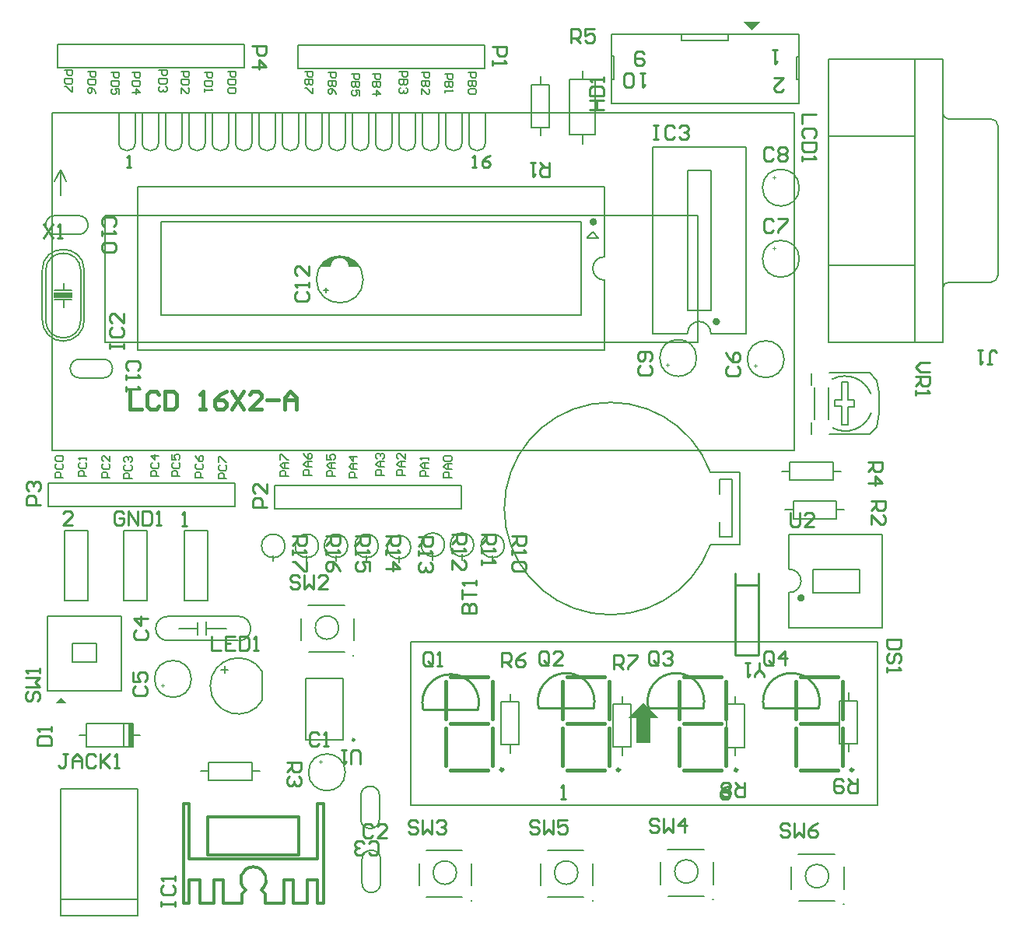
<source format=gto>
G04 Layer_Color=65535*
%FSTAX24Y24*%
%MOIN*%
G70*
G01*
G75*
%ADD13C,0.0120*%
%ADD14C,0.0100*%
%ADD53C,0.0070*%
%ADD54C,0.0050*%
%ADD55C,0.0098*%
%ADD56C,0.0079*%
%ADD57C,0.0150*%
%ADD58C,0.0060*%
%ADD59C,0.0080*%
%ADD60C,0.0039*%
%ADD61R,0.0200X0.1000*%
G36*
X0139Y019561D02*
X0134D01*
X01365Y019811D01*
X0139Y019561D01*
D02*
G37*
G36*
X03928Y018931D02*
Y018921D01*
X03891D01*
Y017861D01*
X03832D01*
Y018921D01*
X03795D01*
X03861Y019581D01*
X03863D01*
X03928Y018931D01*
D02*
G37*
G36*
X01414Y036946D02*
X01335D01*
Y037176D01*
X01414D01*
Y036946D01*
D02*
G37*
G36*
X04325Y048411D02*
X0429Y048761D01*
X0436D01*
X04325Y048411D01*
D02*
G37*
G36*
X02579Y038701D02*
X02604Y038631D01*
X02619Y038541D01*
X02629Y038461D01*
X02638Y038341D01*
X02645Y038261D01*
X02598D01*
Y038331D01*
X02595Y038431D01*
X02591Y038491D01*
X02584Y038551D01*
X02577Y038601D01*
X0257Y038631D01*
X0256Y038641D01*
X0255Y038631D01*
X02541Y038601D01*
X02533Y038551D01*
X02528Y038481D01*
X02524Y038381D01*
X02522Y038261D01*
X02476D01*
X02481Y038361D01*
X025Y038531D01*
X0252Y038651D01*
X02551Y038721D01*
X02579Y038701D01*
D02*
G37*
D13*
X022236Y011575D02*
G03*
X021562Y011577I-000336J000435D01*
G01*
X0326Y016731D02*
G03*
X0326Y016731I-00006J0D01*
G01*
X0376Y016711D02*
G03*
X0376Y016711I-00006J0D01*
G01*
X04264D02*
G03*
X04264Y016711I-00006J0D01*
G01*
X0476D02*
G03*
X0476Y016711I-00006J0D01*
G01*
X0202Y012011D02*
X0206D01*
X0202Y011011D02*
Y012011D01*
X0196Y011011D02*
X0202D01*
X0196D02*
Y012011D01*
X01915D02*
X0196D01*
X01915Y011011D02*
Y012011D01*
X0189Y011011D02*
X01915D01*
X0189D02*
Y015261D01*
X01915D01*
X0232Y012011D02*
X0236D01*
Y011011D02*
Y012011D01*
Y011011D02*
X0242D01*
Y012011D01*
X02465D01*
Y011011D02*
Y012011D01*
Y011011D02*
X0249D01*
Y015261D01*
X02465D02*
X0249D01*
X02465Y012911D02*
Y015261D01*
X01915Y012911D02*
X02465D01*
X01915D02*
Y015261D01*
X02385Y013061D02*
Y014711D01*
X01995D02*
X02385D01*
X01995Y013061D02*
Y014711D01*
Y013061D02*
X02385D01*
X0232Y011011D02*
Y012011D01*
X0224Y011011D02*
X0232D01*
X0206D02*
Y012011D01*
Y011011D02*
X0214D01*
X02224Y011571D02*
X0224Y011411D01*
Y011011D02*
Y011411D01*
X0214Y011011D02*
Y011411D01*
X021564Y011575D01*
D14*
X046128Y019361D02*
G03*
X043772Y019361I-001178J000287D01*
G01*
X041178D02*
G03*
X038822Y019361I-001178J000287D01*
G01*
X036478D02*
G03*
X034122Y019361I-001178J000287D01*
G01*
X031528Y019311D02*
G03*
X029172Y019311I-001178J000287D01*
G01*
X04255Y02165D02*
Y02465D01*
Y02165D02*
X04355D01*
Y02465D01*
X04255D02*
Y02515D01*
Y02465D02*
X04355D01*
Y02515D01*
X04377Y019361D02*
X04612D01*
X03882D02*
X04117D01*
X03412D02*
X03647D01*
X02917Y019311D02*
X03152D01*
X043785Y020705D02*
Y020805D01*
X043585Y021005D01*
X043385Y020805D01*
Y020705D01*
X043585Y021005D02*
Y021305D01*
X043185D02*
X042985D01*
X043085D01*
Y020705D01*
X043185Y020805D01*
X023765Y037196D02*
X023665Y037096D01*
Y036896D01*
X023765Y036796D01*
X024165D01*
X024265Y036896D01*
Y037096D01*
X024165Y037196D01*
X024265Y037396D02*
Y037595D01*
Y037495D01*
X023665D01*
X023765Y037396D01*
X024265Y038295D02*
Y037895D01*
X023865Y038295D01*
X023765D01*
X023665Y038195D01*
Y037995D01*
X023765Y037895D01*
X016945Y033846D02*
X017045Y033946D01*
Y034146D01*
X016945Y034246D01*
X016545D01*
X016445Y034146D01*
Y033946D01*
X016545Y033846D01*
X016445Y033646D02*
Y033446D01*
Y033546D01*
X017045D01*
X016945Y033646D01*
X016445Y033146D02*
Y032946D01*
Y033046D01*
X017045D01*
X016945Y033146D01*
X015895Y039996D02*
X015995Y040096D01*
Y040296D01*
X015895Y040396D01*
X015495D01*
X015395Y040296D01*
Y040096D01*
X015495Y039996D01*
X015395Y039796D02*
Y039596D01*
Y039696D01*
X015995D01*
X015895Y039796D01*
Y039296D02*
X015995Y039196D01*
Y038996D01*
X015895Y038896D01*
X015495D01*
X015395Y038996D01*
Y039196D01*
X015495Y039296D01*
X015895D01*
X023585Y026746D02*
X024185D01*
Y026446D01*
X024085Y026346D01*
X023885D01*
X023785Y026446D01*
Y026746D01*
Y026546D02*
X023585Y026346D01*
Y026146D02*
Y025946D01*
Y026046D01*
X024185D01*
X024085Y026146D01*
X024185Y025646D02*
Y025246D01*
X024085D01*
X023685Y025646D01*
X023585D01*
X025022Y026746D02*
X025622D01*
Y026446D01*
X025522Y026346D01*
X025322D01*
X025222Y026446D01*
Y026746D01*
Y026546D02*
X025022Y026346D01*
Y026146D02*
Y025946D01*
Y026046D01*
X025622D01*
X025522Y026146D01*
X025622Y025246D02*
X025522Y025446D01*
X025322Y025646D01*
X025122D01*
X025022Y025546D01*
Y025346D01*
X025122Y025246D01*
X025222D01*
X025322Y025346D01*
Y025646D01*
X026272Y026746D02*
X026872D01*
Y026446D01*
X026772Y026346D01*
X026572D01*
X026472Y026446D01*
Y026746D01*
Y026546D02*
X026272Y026346D01*
Y026146D02*
Y025946D01*
Y026046D01*
X026872D01*
X026772Y026146D01*
X026872Y025246D02*
Y025646D01*
X026572D01*
X026672Y025446D01*
Y025346D01*
X026572Y025246D01*
X026372D01*
X026272Y025346D01*
Y025546D01*
X026372Y025646D01*
X027585Y026746D02*
X028185D01*
Y026446D01*
X028085Y026346D01*
X027885D01*
X027785Y026446D01*
Y026746D01*
Y026546D02*
X027585Y026346D01*
Y026146D02*
Y025946D01*
Y026046D01*
X028185D01*
X028085Y026146D01*
X027585Y025346D02*
X028185D01*
X027885Y025646D01*
Y025246D01*
X028972Y026696D02*
X029572D01*
Y026396D01*
X029472Y026296D01*
X029272D01*
X029172Y026396D01*
Y026696D01*
Y026496D02*
X028972Y026296D01*
Y026096D02*
Y025896D01*
Y025996D01*
X029572D01*
X029472Y026096D01*
Y025596D02*
X029572Y025496D01*
Y025296D01*
X029472Y025196D01*
X029372D01*
X029272Y025296D01*
Y025396D01*
Y025296D01*
X029172Y025196D01*
X029072D01*
X028972Y025296D01*
Y025496D01*
X029072Y025596D01*
X030422Y026796D02*
X031022D01*
Y026496D01*
X030922Y026396D01*
X030722D01*
X030622Y026496D01*
Y026796D01*
Y026596D02*
X030422Y026396D01*
Y026196D02*
Y025996D01*
Y026096D01*
X031022D01*
X030922Y026196D01*
X030422Y025296D02*
Y025696D01*
X030822Y025296D01*
X030922D01*
X031022Y025396D01*
Y025596D01*
X030922Y025696D01*
X031672Y026796D02*
X032272D01*
Y026496D01*
X032172Y026396D01*
X031972D01*
X031872Y026496D01*
Y026796D01*
Y026596D02*
X031672Y026396D01*
Y026196D02*
Y025996D01*
Y026096D01*
X032272D01*
X032172Y026196D01*
X031672Y025696D02*
Y025496D01*
Y025596D01*
X032272D01*
X032172Y025696D01*
X032985Y026746D02*
X033585D01*
Y026446D01*
X033485Y026346D01*
X033285D01*
X033185Y026446D01*
Y026746D01*
Y026546D02*
X032985Y026346D01*
Y026146D02*
Y025946D01*
Y026046D01*
X033585D01*
X033485Y026146D01*
Y025646D02*
X033585Y025546D01*
Y025346D01*
X033485Y025246D01*
X033085D01*
X032985Y025346D01*
Y025546D01*
X033085Y025646D01*
X033485D01*
X034575Y042726D02*
Y042126D01*
X034275D01*
X034175Y042226D01*
Y042426D01*
X034275Y042526D01*
X034575D01*
X034375D02*
X034175Y042726D01*
X033975D02*
X033775D01*
X033875D01*
Y042126D01*
X033975Y042226D01*
X046002Y044785D02*
X045402D01*
Y044385D01*
X045902Y043786D02*
X046002Y043886D01*
Y044085D01*
X045902Y044185D01*
X045502D01*
X045402Y044085D01*
Y043886D01*
X045502Y043786D01*
X046002Y043586D02*
X045402D01*
Y043286D01*
X045502Y043186D01*
X045902D01*
X046002Y043286D01*
Y043586D01*
X045402Y042986D02*
Y042786D01*
Y042886D01*
X046002D01*
X045902Y042986D01*
X012915Y040096D02*
X013315Y039496D01*
Y040096D02*
X012915Y039496D01*
X013515D02*
X013715D01*
X013615D01*
Y040096D01*
X013515Y039996D01*
X050865Y034176D02*
X050465D01*
X050265Y033976D01*
X050465Y033776D01*
X050865D01*
X050265Y033576D02*
X050865D01*
Y033276D01*
X050765Y033176D01*
X050565D01*
X050465Y033276D01*
Y033576D01*
Y033376D02*
X050265Y033176D01*
Y032976D02*
Y032776D01*
Y032876D01*
X050865D01*
X050765Y032976D01*
X044915Y027745D02*
Y027246D01*
X045015Y027146D01*
X045215D01*
X045315Y027246D01*
Y027745D01*
X045915Y027146D02*
X045515D01*
X045915Y027546D01*
Y027646D01*
X045815Y027745D01*
X045615D01*
X045515Y027646D01*
X026465Y016976D02*
Y017476D01*
X026365Y017576D01*
X026165D01*
X026065Y017476D01*
Y016976D01*
X025865Y017576D02*
X025665D01*
X025765D01*
Y016976D01*
X025865Y017076D01*
X044885Y014326D02*
X044785Y014425D01*
X044585D01*
X044485Y014326D01*
Y014226D01*
X044585Y014126D01*
X044785D01*
X044885Y014026D01*
Y013926D01*
X044785Y013826D01*
X044585D01*
X044485Y013926D01*
X045085Y014425D02*
Y013826D01*
X045285Y014026D01*
X045485Y013826D01*
Y014425D01*
X046084D02*
X045885Y014326D01*
X045685Y014126D01*
Y013926D01*
X045785Y013826D01*
X045985D01*
X046084Y013926D01*
Y014026D01*
X045985Y014126D01*
X045685D01*
X034135Y014476D02*
X034035Y014576D01*
X033835D01*
X033735Y014476D01*
Y014376D01*
X033835Y014276D01*
X034035D01*
X034135Y014176D01*
Y014076D01*
X034035Y013976D01*
X033835D01*
X033735Y014076D01*
X034335Y014576D02*
Y013976D01*
X034535Y014176D01*
X034735Y013976D01*
Y014576D01*
X035334D02*
X034935D01*
Y014276D01*
X035135Y014376D01*
X035235D01*
X035334Y014276D01*
Y014076D01*
X035235Y013976D01*
X035035D01*
X034935Y014076D01*
X039285Y014526D02*
X039185Y014626D01*
X038985D01*
X038885Y014526D01*
Y014426D01*
X038985Y014326D01*
X039185D01*
X039285Y014226D01*
Y014126D01*
X039185Y014026D01*
X038985D01*
X038885Y014126D01*
X039485Y014626D02*
Y014026D01*
X039685Y014226D01*
X039885Y014026D01*
Y014626D01*
X040385Y014026D02*
Y014626D01*
X040085Y014326D01*
X040484D01*
X028935Y014476D02*
X028835Y014576D01*
X028635D01*
X028535Y014476D01*
Y014376D01*
X028635Y014276D01*
X028835D01*
X028935Y014176D01*
Y014076D01*
X028835Y013976D01*
X028635D01*
X028535Y014076D01*
X029135Y014576D02*
Y013976D01*
X029335Y014176D01*
X029535Y013976D01*
Y014576D01*
X029735Y014476D02*
X029835Y014576D01*
X030035D01*
X030134Y014476D01*
Y014376D01*
X030035Y014276D01*
X029935D01*
X030035D01*
X030134Y014176D01*
Y014076D01*
X030035Y013976D01*
X029835D01*
X029735Y014076D01*
X023885Y024976D02*
X023785Y025076D01*
X023585D01*
X023485Y024976D01*
Y024876D01*
X023585Y024776D01*
X023785D01*
X023885Y024676D01*
Y024576D01*
X023785Y024476D01*
X023585D01*
X023485Y024576D01*
X024085Y025076D02*
Y024476D01*
X024285Y024676D01*
X024485Y024476D01*
Y025076D01*
X025084Y024476D02*
X024685D01*
X025084Y024876D01*
Y024976D01*
X024985Y025076D01*
X024785D01*
X024685Y024976D01*
X012235Y020066D02*
X012135Y019966D01*
Y019766D01*
X012235Y019666D01*
X012335D01*
X012435Y019766D01*
Y019966D01*
X012535Y020066D01*
X012635D01*
X012735Y019966D01*
Y019766D01*
X012635Y019666D01*
X012135Y020266D02*
X012735D01*
X012535Y020465D01*
X012735Y020665D01*
X012135D01*
X012735Y020865D02*
Y021065D01*
Y020965D01*
X012135D01*
X012235Y020865D01*
X047775Y016326D02*
Y015726D01*
X047475D01*
X047375Y015826D01*
Y016026D01*
X047475Y016126D01*
X047775D01*
X047575D02*
X047375Y016326D01*
X047175Y016226D02*
X047075Y016326D01*
X046875D01*
X046775Y016226D01*
Y015826D01*
X046875Y015726D01*
X047075D01*
X047175Y015826D01*
Y015926D01*
X047075Y016026D01*
X046775D01*
X042925Y016176D02*
Y015576D01*
X042625D01*
X042525Y015676D01*
Y015876D01*
X042625Y015976D01*
X042925D01*
X042725D02*
X042525Y016176D01*
X042325Y015676D02*
X042225Y015576D01*
X042025D01*
X041925Y015676D01*
Y015776D01*
X042025Y015876D01*
X041925Y015976D01*
Y016076D01*
X042025Y016176D01*
X042225D01*
X042325Y016076D01*
Y015976D01*
X042225Y015876D01*
X042325Y015776D01*
Y015676D01*
X042225Y015876D02*
X042025D01*
X037325Y021046D02*
Y021646D01*
X037625D01*
X037725Y021546D01*
Y021346D01*
X037625Y021246D01*
X037325D01*
X037525D02*
X037725Y021046D01*
X037925Y021646D02*
X038325D01*
Y021546D01*
X037925Y021146D01*
Y021046D01*
X032525Y021146D02*
Y021746D01*
X032825D01*
X032925Y021646D01*
Y021446D01*
X032825Y021346D01*
X032525D01*
X032725D02*
X032925Y021146D01*
X033525Y021746D02*
X033325Y021646D01*
X033125Y021446D01*
Y021246D01*
X033225Y021146D01*
X033425D01*
X033525Y021246D01*
Y021346D01*
X033425Y021446D01*
X033125D01*
X035515Y047876D02*
Y048475D01*
X035815D01*
X035915Y048376D01*
Y048176D01*
X035815Y048076D01*
X035515D01*
X035715D02*
X035915Y047876D01*
X036515Y048475D02*
X036115D01*
Y048176D01*
X036315Y048276D01*
X036415D01*
X036515Y048176D01*
Y047976D01*
X036415Y047876D01*
X036215D01*
X036115Y047976D01*
X023335Y017036D02*
X023935D01*
Y016736D01*
X023835Y016636D01*
X023635D01*
X023535Y016736D01*
Y017036D01*
Y016836D02*
X023335Y016636D01*
X023835Y016436D02*
X023935Y016336D01*
Y016136D01*
X023835Y016036D01*
X023735D01*
X023635Y016136D01*
Y016236D01*
Y016136D01*
X023535Y016036D01*
X023435D01*
X023335Y016136D01*
Y016336D01*
X023435Y016436D01*
X048385Y028236D02*
X048985D01*
Y027936D01*
X048885Y027836D01*
X048685D01*
X048585Y027936D01*
Y028236D01*
Y028036D02*
X048385Y027836D01*
Y027236D02*
Y027636D01*
X048785Y027236D01*
X048885D01*
X048985Y027336D01*
Y027536D01*
X048885Y027636D01*
X048235Y029886D02*
X048835D01*
Y029586D01*
X048735Y029486D01*
X048535D01*
X048435Y029586D01*
Y029886D01*
Y029686D02*
X048235Y029486D01*
Y028986D02*
X048835D01*
X048535Y029286D01*
Y028886D01*
X044185Y021316D02*
Y021716D01*
X044085Y021816D01*
X043885D01*
X043785Y021716D01*
Y021316D01*
X043885Y021216D01*
X044085D01*
X043985Y021416D02*
X044185Y021216D01*
X044085D02*
X044185Y021316D01*
X044685Y021216D02*
Y021816D01*
X044385Y021516D01*
X044785D01*
X039235Y021316D02*
Y021716D01*
X039135Y021816D01*
X038935D01*
X038835Y021716D01*
Y021316D01*
X038935Y021216D01*
X039135D01*
X039035Y021416D02*
X039235Y021216D01*
X039135D02*
X039235Y021316D01*
X039435Y021716D02*
X039535Y021816D01*
X039735D01*
X039835Y021716D01*
Y021616D01*
X039735Y021516D01*
X039635D01*
X039735D01*
X039835Y021416D01*
Y021316D01*
X039735Y021216D01*
X039535D01*
X039435Y021316D01*
X034535D02*
Y021716D01*
X034435Y021816D01*
X034235D01*
X034135Y021716D01*
Y021316D01*
X034235Y021216D01*
X034435D01*
X034335Y021416D02*
X034535Y021216D01*
X034435D02*
X034535Y021316D01*
X035135Y021216D02*
X034735D01*
X035135Y021616D01*
Y021716D01*
X035035Y021816D01*
X034835D01*
X034735Y021716D01*
X029585Y021266D02*
Y021666D01*
X029485Y021765D01*
X029285D01*
X029185Y021666D01*
Y021266D01*
X029285Y021166D01*
X029485D01*
X029385Y021366D02*
X029585Y021166D01*
X029485D02*
X029585Y021266D01*
X029785Y021166D02*
X029985D01*
X029885D01*
Y021765D01*
X029785Y021666D01*
X021835Y047746D02*
X022435D01*
Y047446D01*
X022335Y047346D01*
X022135D01*
X022035Y047446D01*
Y047746D01*
X021835Y046846D02*
X022435D01*
X022135Y047146D01*
Y046746D01*
X012765Y028076D02*
X012165D01*
Y028376D01*
X012265Y028476D01*
X012465D01*
X012565Y028376D01*
Y028076D01*
X012265Y028675D02*
X012165Y028775D01*
Y028975D01*
X012265Y029075D01*
X012365D01*
X012465Y028975D01*
Y028875D01*
Y028975D01*
X012565Y029075D01*
X012665D01*
X012765Y028975D01*
Y028775D01*
X012665Y028675D01*
X022465Y027976D02*
X021865D01*
Y028276D01*
X021965Y028376D01*
X022165D01*
X022265Y028276D01*
Y027976D01*
X022465Y028975D02*
Y028575D01*
X022065Y028975D01*
X021965D01*
X021865Y028875D01*
Y028675D01*
X021965Y028575D01*
X032135Y047696D02*
X032735D01*
Y047396D01*
X032635Y047296D01*
X032435D01*
X032335Y047396D01*
Y047696D01*
X032135Y047096D02*
Y046896D01*
Y046996D01*
X032735D01*
X032635Y047096D01*
X020115Y022445D02*
Y021846D01*
X020515D01*
X021115Y022445D02*
X020715D01*
Y021846D01*
X021115D01*
X020715Y022146D02*
X020915D01*
X021315Y022445D02*
Y021846D01*
X021615D01*
X021714Y021946D01*
Y022346D01*
X021615Y022445D01*
X021315D01*
X021914Y021846D02*
X022114D01*
X022014D01*
Y022445D01*
X021914Y022346D01*
X013955Y017395D02*
X013755D01*
X013855D01*
Y016896D01*
X013755Y016796D01*
X013655D01*
X013555Y016896D01*
X014155Y016796D02*
Y017196D01*
X014355Y017395D01*
X014555Y017196D01*
Y016796D01*
Y017096D01*
X014155D01*
X015154Y017296D02*
X015055Y017395D01*
X014855D01*
X014755Y017296D01*
Y016896D01*
X014855Y016796D01*
X015055D01*
X015154Y016896D01*
X015354Y017395D02*
Y016796D01*
Y016996D01*
X015754Y017395D01*
X015454Y017096D01*
X015754Y016796D01*
X015954D02*
X016154D01*
X016054D01*
Y017395D01*
X015954Y017296D01*
X053336Y0341D02*
X053536D01*
X053436D01*
Y0346D01*
X053536Y0347D01*
X053636D01*
X053736Y0346D01*
X053136Y0347D02*
X052936D01*
X053036D01*
Y0341D01*
X053136Y0342D01*
X039045Y044345D02*
X039245D01*
X039145D01*
Y043746D01*
X039045D01*
X039245D01*
X039945Y044246D02*
X039845Y044345D01*
X039645D01*
X039545Y044246D01*
Y043846D01*
X039645Y043746D01*
X039845D01*
X039945Y043846D01*
X040145Y044246D02*
X040245Y044345D01*
X040445D01*
X040545Y044246D01*
Y044146D01*
X040445Y044046D01*
X040345D01*
X040445D01*
X040545Y043946D01*
Y043846D01*
X040445Y043746D01*
X040245D01*
X040145Y043846D01*
X015725Y034776D02*
Y034976D01*
Y034876D01*
X016325D01*
Y034776D01*
Y034976D01*
X015825Y035675D02*
X015725Y035575D01*
Y035375D01*
X015825Y035276D01*
X016225D01*
X016325Y035375D01*
Y035575D01*
X016225Y035675D01*
X016325Y036275D02*
Y035875D01*
X015925Y036275D01*
X015825D01*
X015725Y036175D01*
Y035975D01*
X015825Y035875D01*
X017935Y010876D02*
Y011076D01*
Y010976D01*
X018535D01*
Y010876D01*
Y011076D01*
X018035Y011775D02*
X017935Y011675D01*
Y011475D01*
X018035Y011376D01*
X018435D01*
X018535Y011475D01*
Y011675D01*
X018435Y011775D01*
X018535Y011975D02*
Y012175D01*
Y012075D01*
X017935D01*
X018035Y011975D01*
X036295Y045006D02*
X036895D01*
X036595D01*
Y045406D01*
X036295D01*
X036895D01*
X036295Y045606D02*
X036895D01*
Y045905D01*
X036795Y046005D01*
X036395D01*
X036295Y045905D01*
Y045606D01*
X036895Y046205D02*
Y046405D01*
Y046305D01*
X036295D01*
X036395Y046205D01*
X01635Y027711D02*
X01625Y02781D01*
X01605D01*
X01595Y027711D01*
Y027311D01*
X01605Y027211D01*
X01625D01*
X01635Y027311D01*
Y027511D01*
X01615D01*
X01655Y027211D02*
Y02781D01*
X01695Y027211D01*
Y02781D01*
X01715D02*
Y027211D01*
X01745D01*
X017549Y027311D01*
Y027711D01*
X01745Y02781D01*
X01715D01*
X017749Y027211D02*
X017949D01*
X017849D01*
Y02781D01*
X017749Y027711D01*
X049655Y022296D02*
X049055D01*
Y021996D01*
X049155Y021896D01*
X049555D01*
X049655Y021996D01*
Y022296D01*
X049555Y021296D02*
X049655Y021396D01*
Y021596D01*
X049555Y021696D01*
X049455D01*
X049355Y021596D01*
Y021396D01*
X049255Y021296D01*
X049155D01*
X049055Y021396D01*
Y021596D01*
X049155Y021696D01*
X049055Y021096D02*
Y020896D01*
Y020996D01*
X049655D01*
X049555Y021096D01*
X012655Y017776D02*
X013255D01*
Y018076D01*
X013155Y018176D01*
X012755D01*
X012655Y018076D01*
Y017776D01*
X013255Y018376D02*
Y018575D01*
Y018475D01*
X012655D01*
X012755Y018376D01*
X038475Y03404D02*
X038375Y03394D01*
Y03374D01*
X038475Y03364D01*
X038875D01*
X038975Y03374D01*
Y03394D01*
X038875Y03404D01*
Y03424D02*
X038975Y03434D01*
Y03454D01*
X038875Y03464D01*
X038475D01*
X038375Y03454D01*
Y03434D01*
X038475Y03424D01*
X038575D01*
X038675Y03434D01*
Y03464D01*
X044175Y043286D02*
X044075Y043386D01*
X043875D01*
X043775Y043286D01*
Y042886D01*
X043875Y042786D01*
X044075D01*
X044175Y042886D01*
X044375Y043286D02*
X044475Y043386D01*
X044675D01*
X044775Y043286D01*
Y043186D01*
X044675Y043086D01*
X044775Y042986D01*
Y042886D01*
X044675Y042786D01*
X044475D01*
X044375Y042886D01*
Y042986D01*
X044475Y043086D01*
X044375Y043186D01*
Y043286D01*
X044475Y043086D02*
X044675D01*
X044175Y040236D02*
X044075Y040335D01*
X043875D01*
X043775Y040236D01*
Y039836D01*
X043875Y039736D01*
X044075D01*
X044175Y039836D01*
X044375Y040335D02*
X044775D01*
Y040236D01*
X044375Y039836D01*
Y039736D01*
X042225Y033986D02*
X042125Y033886D01*
Y033686D01*
X042225Y033586D01*
X042625D01*
X042725Y033686D01*
Y033886D01*
X042625Y033986D01*
X042125Y034585D02*
X042225Y034385D01*
X042425Y034186D01*
X042625D01*
X042725Y034285D01*
Y034485D01*
X042625Y034585D01*
X042525D01*
X042425Y034485D01*
Y034186D01*
X016825Y020286D02*
X016725Y020186D01*
Y019986D01*
X016825Y019886D01*
X017225D01*
X017325Y019986D01*
Y020186D01*
X017225Y020286D01*
X016725Y020885D02*
Y020485D01*
X017025D01*
X016925Y020685D01*
Y020785D01*
X017025Y020885D01*
X017225D01*
X017325Y020785D01*
Y020585D01*
X017225Y020485D01*
X016875Y022706D02*
X016775Y022606D01*
Y022406D01*
X016875Y022306D01*
X017275D01*
X017375Y022406D01*
Y022606D01*
X017275Y022706D01*
X017375Y023205D02*
X016775D01*
X017075Y022905D01*
Y023305D01*
X026835Y013166D02*
X026935Y013066D01*
X027135D01*
X027235Y013166D01*
Y013566D01*
X027135Y013666D01*
X026935D01*
X026835Y013566D01*
X026635Y013166D02*
X026535Y013066D01*
X026335D01*
X026235Y013166D01*
Y013266D01*
X026335Y013366D01*
X026435D01*
X026335D01*
X026235Y013466D01*
Y013566D01*
X026335Y013666D01*
X026535D01*
X026635Y013566D01*
X027015Y014306D02*
X026915Y014405D01*
X026715D01*
X026615Y014306D01*
Y013906D01*
X026715Y013806D01*
X026915D01*
X027015Y013906D01*
X027615Y013806D02*
X027215D01*
X027615Y014206D01*
Y014306D01*
X027515Y014405D01*
X027315D01*
X027215Y014306D01*
X02472Y018236D02*
X02462Y018335D01*
X02442D01*
X02432Y018236D01*
Y017836D01*
X02442Y017736D01*
X02462D01*
X02472Y017836D01*
X02492Y017736D02*
X02512D01*
X02502D01*
Y018335D01*
X02492Y018236D01*
X030835Y023426D02*
X031435D01*
Y023726D01*
X031335Y023826D01*
X031235D01*
X031135Y023726D01*
Y023426D01*
Y023726D01*
X031035Y023826D01*
X030935D01*
X030835Y023726D01*
Y023426D01*
Y024025D02*
Y024425D01*
Y024225D01*
X031435D01*
Y024625D02*
Y024825D01*
Y024725D01*
X030835D01*
X030935Y024625D01*
X01415Y027211D02*
X01375D01*
X01415Y027611D01*
Y027711D01*
X01405Y02781D01*
X01385D01*
X01375Y027711D01*
X01885Y027161D02*
X01905D01*
X01895D01*
Y027761D01*
X01885Y027661D01*
X031287Y04254D02*
X031454D01*
X031371D01*
Y04304D01*
X031287Y042957D01*
X032037Y04304D02*
X031871Y042957D01*
X031704Y04279D01*
Y042624D01*
X031787Y04254D01*
X031954D01*
X032037Y042624D01*
Y042707D01*
X031954Y04279D01*
X031704D01*
X016487Y04254D02*
X016654D01*
X016571D01*
Y04304D01*
X016487Y042957D01*
X044343Y047556D02*
X044143D01*
X044243D01*
Y046956D01*
X044343Y047056D01*
X0442Y046361D02*
X0446D01*
X0442Y045961D01*
Y045861D01*
X0443Y045761D01*
X0445D01*
X0446Y045861D01*
X03864Y047401D02*
X03854Y047501D01*
X03834D01*
X03824Y047401D01*
Y047001D01*
X03834Y046901D01*
X03854D01*
X03864Y047001D01*
Y047101D01*
X03854Y047201D01*
X03824D01*
X03869Y046551D02*
X03849D01*
X03859D01*
Y045951D01*
X03869Y046051D01*
X03819D02*
X03809Y045951D01*
X03789D01*
X03779Y046051D01*
Y046451D01*
X03789Y046551D01*
X03809D01*
X03819Y046451D01*
Y046051D01*
X03507Y015471D02*
X03527D01*
X03517D01*
Y01607D01*
X03507Y015971D01*
X0423Y01605D02*
X0421Y015951D01*
X0419Y015751D01*
Y015551D01*
X042Y015451D01*
X0422D01*
X0423Y015551D01*
Y015651D01*
X0422Y015751D01*
X0419D01*
D53*
X0266Y037727D02*
G03*
X0266Y037727I-001J0D01*
G01*
X0134Y040461D02*
G03*
X0134Y039661I0J-0004D01*
G01*
X01441D02*
G03*
X01441Y040461I0J0004D01*
G01*
X01445Y034311D02*
G03*
X01445Y033511I0J-0004D01*
G01*
X01546D02*
G03*
X01546Y034311I0J0004D01*
G01*
X023252Y026311D02*
G03*
X023252Y026311I-000502J0D01*
G01*
X02469D02*
G03*
X02469Y026311I-000502J0D01*
G01*
X02594D02*
G03*
X02594Y026311I-000502J0D01*
G01*
X027252D02*
G03*
X027252Y026311I-000502J0D01*
G01*
X02864Y026261D02*
G03*
X02864Y026261I-000502J0D01*
G01*
X03009Y026361D02*
G03*
X03009Y026361I-000502J0D01*
G01*
X03134D02*
G03*
X03134Y026361I-000502J0D01*
G01*
X032652Y026311D02*
G03*
X032652Y026311I-000502J0D01*
G01*
X0265Y014601D02*
G03*
X0273Y014601I0004J0D01*
G01*
Y015611D02*
G03*
X0265Y015611I-0004J0D01*
G01*
X02735Y012871D02*
G03*
X02655Y012871I-0004J0D01*
G01*
Y011861D02*
G03*
X02735Y011861I0004J0D01*
G01*
X044846Y024311D02*
G03*
X04485Y025311I000017J0005D01*
G01*
X041471Y02948D02*
G03*
X041474Y02635I-004271J-00157D01*
G01*
X046713Y031367D02*
G03*
X048361Y031992I000547J001044D01*
G01*
X048351Y03283D02*
G03*
X046703Y033454I-001101J-000419D01*
G01*
X022285Y020918D02*
G03*
X022289Y019711I-001035J-000607D01*
G01*
X01823Y023291D02*
G03*
X01824Y022251I0J-00052D01*
G01*
X02126Y022251D02*
G03*
X02126Y023291I0J00052D01*
G01*
X036954Y0387D02*
G03*
X03695Y037701I-000017J-0005D01*
G01*
X0415Y035407D02*
G03*
X0405Y035411I-0005J000017D01*
G01*
X013Y035971D02*
G03*
X0145Y035978I00075J000005D01*
G01*
Y038108D02*
G03*
X013Y038101I-00075J-000005D01*
G01*
X01285Y036011D02*
G03*
X014649Y03601I000899J-00003D01*
G01*
X01465Y03812D02*
G03*
X01285Y038111I-0009J-000006D01*
G01*
X0249Y037261D02*
X0251D01*
X025Y037161D02*
Y037361D01*
X0134Y040461D02*
X0144D01*
X0134Y039661D02*
X0144D01*
X01445Y034311D02*
X01545D01*
X01445Y033511D02*
X01545D01*
X02275Y025661D02*
Y025911D01*
X024187Y025661D02*
Y025911D01*
X025437Y025661D02*
Y025911D01*
X02675Y025661D02*
Y025911D01*
X028137Y025611D02*
Y025861D01*
X029587Y025711D02*
Y025961D01*
X030837Y025711D02*
Y025961D01*
X03215Y025661D02*
Y025911D01*
X0342Y046081D02*
Y046431D01*
X03458Y044231D02*
Y046081D01*
X0342Y043891D02*
Y044231D01*
X03382D02*
Y046081D01*
Y044231D02*
X03458D01*
X03382Y046081D02*
X03458D01*
X0265Y014611D02*
Y015611D01*
X0273Y014611D02*
Y015611D01*
X02735Y011861D02*
Y012861D01*
X02655Y011861D02*
Y012861D01*
X04586Y025311D02*
X04787D01*
X04586Y024311D02*
Y025311D01*
Y024311D02*
X04787D01*
Y025311D01*
X04485Y026811D02*
X04885D01*
Y022811D02*
Y026811D01*
X04485Y022811D02*
X04885D01*
X04485Y025321D02*
Y026811D01*
Y022811D02*
Y024311D01*
X01413Y022141D02*
X01519D01*
X01413Y021341D02*
Y022141D01*
Y021341D02*
X01519D01*
X01307Y020111D02*
X01625D01*
Y023311D01*
X01307D02*
X01625D01*
X01307Y020111D02*
Y023311D01*
X01519Y021341D02*
Y022141D01*
X01675Y017711D02*
Y018211D01*
X01475Y017711D02*
X01675D01*
X01475D02*
Y018711D01*
X01675D01*
Y018211D02*
Y018711D01*
X01445Y018211D02*
X01475D01*
X01675D02*
X01705D01*
X01634Y017741D02*
Y018711D01*
X01675Y018001D02*
Y018211D01*
Y018371D01*
X01365Y010461D02*
X01695D01*
X01365Y015911D02*
X01695D01*
X01365Y010461D02*
Y015911D01*
X01695Y010461D02*
Y015911D01*
X01365Y011161D02*
X01695D01*
X04188Y028541D02*
Y029151D01*
X04241D01*
Y026701D02*
Y029151D01*
X04189Y026701D02*
X04241D01*
X04189D02*
Y027321D01*
X041487Y026361D02*
X04275D01*
Y029461D01*
X041471D02*
X04275D01*
X04581Y033191D02*
Y033701D01*
Y031101D02*
Y031611D01*
X04871Y031996D02*
Y032871D01*
X04862Y033411D02*
X04871Y032871D01*
X04831Y033721D02*
X04862Y033411D01*
X04656Y033721D02*
X04831D01*
X04595Y031731D02*
Y033101D01*
X04657Y031111D02*
X04832D01*
X04862Y031411D01*
X04871Y031996D01*
X04654Y031741D02*
Y033091D01*
X04711Y033331D02*
X04738D01*
X04711Y032561D02*
Y033331D01*
X04681Y032561D02*
X04711D01*
X04681Y032291D02*
Y032561D01*
Y032291D02*
X0471D01*
Y031491D02*
Y032291D01*
Y031491D02*
X04739D01*
Y032281D01*
X04764D01*
Y032551D01*
X04738D02*
X04764D01*
X04738D02*
Y033321D01*
X02229Y019721D02*
Y020911D01*
X02066Y020871D02*
Y021151D01*
X02051Y021001D02*
X02081D01*
X0187Y022761D02*
X01951D01*
X01989D02*
X02073D01*
X01951Y022491D02*
Y023041D01*
X01989Y022501D02*
Y023051D01*
X01825Y023291D02*
X02124D01*
X01825Y022251D02*
X02125D01*
X04468Y027861D02*
X04503D01*
Y028241D02*
X04688D01*
Y027861D02*
X04722D01*
X04503Y027481D02*
X04688D01*
Y028241D01*
X04503Y027481D02*
Y028241D01*
X04453Y029511D02*
X04488D01*
Y029891D02*
X04673D01*
Y029511D02*
X04707D01*
X04488Y029131D02*
X04673D01*
Y029891D01*
X04488Y029131D02*
Y029891D01*
X01963Y016661D02*
X01998D01*
Y017041D02*
X02183D01*
Y016661D02*
X02217D01*
X01998Y016281D02*
X02183D01*
Y017041D01*
X01998Y016281D02*
Y017041D01*
X02619Y021611D02*
X0262Y021621D01*
X03545Y043941D02*
Y046291D01*
X03655D01*
X03545Y043941D02*
X03655D01*
Y046291D01*
X03601D02*
Y046671D01*
Y043531D02*
Y043941D01*
X03724Y047301D02*
X03734D01*
X03724Y046307D02*
X03734D01*
X045169Y046286D02*
Y047261D01*
X045258Y045253D02*
Y048235D01*
X03723D02*
X045258D01*
X03734Y046307D02*
Y047301D01*
X045169Y046286D02*
X045258D01*
X045169Y047261D02*
X045248D01*
X045258Y047271D01*
X03724Y048201D02*
X037264Y048225D01*
X040248Y047961D02*
Y048231D01*
Y047961D02*
X042256D01*
Y048221D01*
X03723Y045253D02*
X045258D01*
X03724Y045251D02*
Y048201D01*
X03723Y045253D02*
X045258D01*
X03724Y045251D02*
Y048201D01*
X0474Y019681D02*
Y020031D01*
X04778Y017831D02*
Y019681D01*
X0474Y017491D02*
Y017831D01*
X04702D02*
Y019681D01*
Y017831D02*
X04778D01*
X04702Y019681D02*
X04778D01*
X04255Y019531D02*
Y019881D01*
X04293Y017681D02*
Y019531D01*
X04255Y017341D02*
Y017681D01*
X04217D02*
Y019531D01*
Y017681D02*
X04293D01*
X04217Y019531D02*
X04293D01*
X0377Y017341D02*
Y017691D01*
X03732D02*
Y019541D01*
X0377D02*
Y019881D01*
X03808Y017691D02*
Y019541D01*
X03732D02*
X03808D01*
X03732Y017691D02*
X03808D01*
X0329Y017441D02*
Y017791D01*
X03252D02*
Y019641D01*
X0329D02*
Y019981D01*
X03328Y017791D02*
Y019641D01*
X03252D02*
X03328D01*
X03252Y017791D02*
X03328D01*
X03595Y036211D02*
Y040211D01*
X01795Y036211D02*
X03595D01*
X01795D02*
Y040211D01*
X03595D01*
X03695Y038701D02*
Y041711D01*
Y034711D02*
Y037691D01*
X01695Y041711D02*
X03695D01*
X01695Y034711D02*
Y041711D01*
Y034711D02*
X03695D01*
X03621Y039511D02*
X03669D01*
X0362Y039501D02*
X03621Y039511D01*
X0362Y039501D02*
Y039521D01*
X03644Y039761D01*
Y039751D02*
Y039761D01*
Y039751D02*
X03668Y039511D01*
X03669D01*
X0405Y036411D02*
Y042411D01*
X0415D01*
Y036411D02*
Y042411D01*
X0405Y036411D02*
X0415D01*
Y035411D02*
X043D01*
X039D02*
X04049D01*
X043D02*
Y043411D01*
X039D02*
X043D01*
X039Y035421D02*
Y043411D01*
Y035421D02*
X03901Y035411D01*
X02865Y015211D02*
X04865D01*
X02865D02*
X04865D01*
X02865Y022211D02*
X04865D01*
Y015211D02*
Y022211D01*
X02865Y015211D02*
Y022211D01*
X04865D01*
X03124Y011111D02*
X03125Y011121D01*
X0145Y035991D02*
Y038091D01*
X013Y036001D02*
Y038101D01*
X01465Y03601D02*
Y03812D01*
X01285Y036011D02*
Y038111D01*
X01337Y037261D02*
X01412D01*
X01376D02*
Y037561D01*
X01337Y036851D02*
X01411D01*
X01376Y036541D02*
Y036851D01*
X04159Y011161D02*
X0416Y011171D01*
X03644Y011111D02*
X03645Y011121D01*
X04719Y010961D02*
X0472Y010971D01*
D54*
X031137Y04359D02*
G03*
X031837Y04359I00035J0D01*
G01*
X030137D02*
G03*
X030837Y04359I00035J0D01*
G01*
X029137D02*
G03*
X029837Y04359I00035J0D01*
G01*
X028137D02*
G03*
X028837Y04359I00035J0D01*
G01*
X027137D02*
G03*
X027837Y04359I00035J0D01*
G01*
X026137D02*
G03*
X026837Y04359I00035J0D01*
G01*
X025137D02*
G03*
X025837Y04359I00035J0D01*
G01*
X024137D02*
G03*
X024837Y04359I00035J0D01*
G01*
X023137D02*
G03*
X023837Y04359I00035J0D01*
G01*
X022137D02*
G03*
X022837Y04359I00035J0D01*
G01*
X021137D02*
G03*
X021837Y04359I00035J0D01*
G01*
X020137D02*
G03*
X020837Y04359I00035J0D01*
G01*
X019137D02*
G03*
X019837Y04359I00035J0D01*
G01*
X018137D02*
G03*
X018837Y04359I00035J0D01*
G01*
X017137D02*
G03*
X017837Y04359I00035J0D01*
G01*
X016137D02*
G03*
X016837Y04359I00035J0D01*
G01*
X031837D02*
Y044828D01*
X031137Y04359D02*
Y044837D01*
X030837Y04359D02*
Y044837D01*
X030137Y04359D02*
Y044837D01*
X029837Y04359D02*
Y044837D01*
X029137Y04359D02*
Y044855D01*
X028837Y04359D02*
Y044847D01*
X028137Y04359D02*
Y044847D01*
X027837Y04359D02*
Y044857D01*
X027137Y04359D02*
Y044847D01*
X026837Y04359D02*
Y044857D01*
X026137Y04359D02*
Y044847D01*
X025837Y04359D02*
Y044847D01*
X025137Y04359D02*
Y044847D01*
X024837Y04359D02*
Y044847D01*
X024137Y04359D02*
Y044847D01*
X023837Y04359D02*
Y044855D01*
X023137Y04359D02*
Y044857D01*
X022837Y04359D02*
Y044857D01*
X022137Y04359D02*
Y044847D01*
X021837Y04359D02*
Y044837D01*
X021137Y04359D02*
Y044857D01*
X020837Y04359D02*
Y044857D01*
X020137Y04359D02*
Y044857D01*
X019837Y04359D02*
Y044847D01*
X019137Y04359D02*
Y044847D01*
X018837Y04359D02*
Y044847D01*
X018137Y04359D02*
Y044847D01*
X017837Y04359D02*
Y044847D01*
X017137Y04359D02*
Y044837D01*
X016837Y04359D02*
Y044847D01*
X016137Y04359D02*
Y044857D01*
X015539Y040457D02*
X040932D01*
Y035024D02*
Y040457D01*
X015539Y035024D02*
X040932D01*
X015539D02*
Y040457D01*
X013289Y030389D02*
Y044857D01*
X013289Y044857D02*
X04508D01*
Y030389D02*
Y044857D01*
X013289Y030389D02*
X04508D01*
X013637Y041333D02*
Y04239D01*
Y04244D02*
X013887Y04194D01*
X013387D02*
X013637Y04244D01*
D55*
X02623Y018006D02*
G03*
X02623Y018006I-000049J0D01*
G01*
D56*
X025833Y016611D02*
G03*
X025833Y016611I-000787J0D01*
G01*
X019237Y020611D02*
G03*
X019237Y020611I-000787J0D01*
G01*
X05352Y037618D02*
G03*
X053793Y037891I0J000274D01*
G01*
X051707Y037616D02*
G03*
X051433Y037342I0J-000274D01*
G01*
X053793Y044321D02*
G03*
X05352Y044594I-000274J0D01*
G01*
X051433Y04487D02*
G03*
X051707Y044596I000274J0D01*
G01*
X045287Y038611D02*
G03*
X045287Y038611I-000787J0D01*
G01*
X044637Y034311D02*
G03*
X044637Y034311I-000787J0D01*
G01*
X045287Y041661D02*
G03*
X045287Y041661I-000787J0D01*
G01*
X040887Y034365D02*
G03*
X040887Y034365I-000787J0D01*
G01*
X01895Y023961D02*
X01995D01*
Y026961D01*
X01895D02*
X01995D01*
X01895Y023961D02*
Y026961D01*
Y023961D02*
X01995D01*
X025757Y01799D02*
Y020632D01*
X024143Y01799D02*
Y020632D01*
Y01799D02*
X025757D01*
X024143Y020632D02*
X025757D01*
X0318Y046761D02*
Y047761D01*
X0238Y046761D02*
X0318D01*
X0238D02*
Y047761D01*
X0318D01*
X0228Y027911D02*
Y028911D01*
X0308D01*
Y027911D02*
Y028911D01*
X0228Y027911D02*
X0308D01*
X051707Y037616D02*
X053518D01*
X051707Y044596D02*
X053518D01*
X046549Y043862D02*
X05025D01*
X051431Y035043D02*
Y047169D01*
X046549Y03835D02*
X05025D01*
X046549Y035043D02*
Y047169D01*
X053793Y037891D02*
Y044321D01*
X046549Y047169D02*
X051431D01*
X046549Y035043D02*
X051431D01*
X05025D02*
Y047169D01*
X0131Y028011D02*
Y029011D01*
X0211D01*
Y028011D02*
Y029011D01*
X0131Y028011D02*
X0211D01*
X0215Y046811D02*
Y047811D01*
X0135Y046811D02*
X0215D01*
X0135D02*
Y047811D01*
X0215D01*
X01635Y023961D02*
X01735D01*
Y026961D01*
X01635D02*
X01735D01*
X01635Y023961D02*
Y026961D01*
Y023961D02*
X01735D01*
X0138Y026961D02*
X0148D01*
X0138Y023961D02*
Y026961D01*
Y023961D02*
X0148D01*
Y026961D01*
X0138D02*
X0148D01*
D57*
X04544Y024081D02*
G03*
X04544Y024081I-00008J0D01*
G01*
X03654Y040191D02*
G03*
X03654Y040191I-00008J0D01*
G01*
X04181Y035921D02*
G03*
X04181Y035921I-00008J0D01*
G01*
X04015Y018911D02*
Y020511D01*
Y018911D02*
Y020511D01*
X04215Y018911D02*
Y020511D01*
Y018911D02*
Y020511D01*
X04035Y020711D02*
X04195D01*
X04035Y018711D02*
X04195D01*
X04035D02*
X04195D01*
X04035Y016711D02*
X04195D01*
X04015Y016911D02*
Y018511D01*
Y016911D02*
Y018511D01*
X04215Y016911D02*
Y018511D01*
Y016911D02*
Y018511D01*
X04015Y018911D02*
Y020511D01*
Y018911D02*
Y020511D01*
X04215Y018911D02*
Y020511D01*
Y018911D02*
Y020511D01*
X04035Y020711D02*
X04195D01*
X04035Y018711D02*
X04195D01*
X04035D02*
X04195D01*
X04035Y016711D02*
X04195D01*
X04015Y016911D02*
Y018511D01*
Y016911D02*
Y018511D01*
X04215Y016911D02*
Y018511D01*
Y016911D02*
Y018511D01*
X03515Y018911D02*
Y020511D01*
Y018911D02*
Y020511D01*
X03715Y018911D02*
Y020511D01*
Y018911D02*
Y020511D01*
X03535Y020711D02*
X03695D01*
X03535Y018711D02*
X03695D01*
X03535D02*
X03695D01*
X03535Y016711D02*
X03695D01*
X03515Y016911D02*
Y018511D01*
Y016911D02*
Y018511D01*
X03715Y016911D02*
Y018511D01*
Y016911D02*
Y018511D01*
X03515Y018911D02*
Y020511D01*
Y018911D02*
Y020511D01*
X03715Y018911D02*
Y020511D01*
Y018911D02*
Y020511D01*
X03535Y020711D02*
X03695D01*
X03535Y018711D02*
X03695D01*
X03535D02*
X03695D01*
X03535Y016711D02*
X03695D01*
X03515Y016911D02*
Y018511D01*
Y016911D02*
Y018511D01*
X03715Y016911D02*
Y018511D01*
Y016911D02*
Y018511D01*
X03015Y018911D02*
Y020511D01*
Y018911D02*
Y020511D01*
X03215Y018911D02*
Y020511D01*
Y018911D02*
Y020511D01*
X03035Y020711D02*
X03195D01*
X03035Y018711D02*
X03195D01*
X03035D02*
X03195D01*
X03035Y016711D02*
X03195D01*
X03015Y016911D02*
Y018511D01*
Y016911D02*
Y018511D01*
X03215Y016911D02*
Y018511D01*
Y016911D02*
Y018511D01*
X03015Y018911D02*
Y020511D01*
Y018911D02*
Y020511D01*
X03215Y018911D02*
Y020511D01*
Y018911D02*
Y020511D01*
X03035Y020711D02*
X03195D01*
X03035Y018711D02*
X03195D01*
X03035D02*
X03195D01*
X03035Y016711D02*
X03195D01*
X03015Y016911D02*
Y018511D01*
Y016911D02*
Y018511D01*
X03215Y016911D02*
Y018511D01*
Y016911D02*
Y018511D01*
X04015Y018911D02*
Y020511D01*
Y018911D02*
Y020511D01*
X04215Y018911D02*
Y020511D01*
Y018911D02*
Y020511D01*
X04035Y020711D02*
X04195D01*
X04035Y018711D02*
X04195D01*
X04035D02*
X04195D01*
X04035Y016711D02*
X04195D01*
X04015Y016911D02*
Y018511D01*
Y016911D02*
Y018511D01*
X04215Y016911D02*
Y018511D01*
Y016911D02*
Y018511D01*
X04015Y018911D02*
Y020511D01*
Y018911D02*
Y020511D01*
X04215Y018911D02*
Y020511D01*
Y018911D02*
Y020511D01*
X04035Y020711D02*
X04195D01*
X04035Y018711D02*
X04195D01*
X04035D02*
X04195D01*
X04035Y016711D02*
X04195D01*
X04015Y016911D02*
Y018511D01*
Y016911D02*
Y018511D01*
X04215Y016911D02*
Y018511D01*
Y016911D02*
Y018511D01*
X04515Y018911D02*
Y020511D01*
Y018911D02*
Y020511D01*
X04715Y018911D02*
Y020511D01*
Y018911D02*
Y020511D01*
X04535Y020711D02*
X04695D01*
X04535Y018711D02*
X04695D01*
X04535D02*
X04695D01*
X04535Y016711D02*
X04695D01*
X04515Y016911D02*
Y018511D01*
Y016911D02*
Y018511D01*
X04715Y016911D02*
Y018511D01*
Y016911D02*
Y018511D01*
X04515Y018911D02*
Y020511D01*
Y018911D02*
Y020511D01*
X04715Y018911D02*
Y020511D01*
Y018911D02*
Y020511D01*
X04535Y020711D02*
X04695D01*
X04535Y018711D02*
X04695D01*
X04535D02*
X04695D01*
X04535Y016711D02*
X04695D01*
X04515Y016911D02*
Y018511D01*
Y016911D02*
Y018511D01*
X04715Y016911D02*
Y018511D01*
Y016911D02*
Y018511D01*
X04515Y018911D02*
Y020511D01*
Y018911D02*
Y020511D01*
X04715Y018911D02*
Y020511D01*
Y018911D02*
Y020511D01*
X04535Y020711D02*
X04695D01*
X04535Y018711D02*
X04695D01*
X04535D02*
X04695D01*
X04535Y016711D02*
X04695D01*
X04515Y016911D02*
Y018511D01*
Y016911D02*
Y018511D01*
X04715Y016911D02*
Y018511D01*
Y016911D02*
Y018511D01*
X04515Y018911D02*
Y020511D01*
Y018911D02*
Y020511D01*
X04715Y018911D02*
Y020511D01*
Y018911D02*
Y020511D01*
X04535Y020711D02*
X04695D01*
X04535Y018711D02*
X04695D01*
X04535D02*
X04695D01*
X04535Y016711D02*
X04695D01*
X04515Y016911D02*
Y018511D01*
Y016911D02*
Y018511D01*
X04715Y016911D02*
Y018511D01*
Y016911D02*
Y018511D01*
X016606Y03293D02*
Y03218D01*
X017105D01*
X017855Y032805D02*
X01773Y03293D01*
X01748D01*
X017355Y032805D01*
Y032305D01*
X01748Y03218D01*
X01773D01*
X017855Y032305D01*
X018105Y03293D02*
Y03218D01*
X01848D01*
X018605Y032305D01*
Y032805D01*
X01848Y03293D01*
X018105D01*
X019605Y03218D02*
X019854D01*
X01973D01*
Y03293D01*
X019605Y032805D01*
X020729Y03293D02*
X020479Y032805D01*
X020229Y032555D01*
Y032305D01*
X020354Y03218D01*
X020604D01*
X020729Y032305D01*
Y03243D01*
X020604Y032555D01*
X020229D01*
X020979Y03293D02*
X021479Y03218D01*
Y03293D02*
X020979Y03218D01*
X022229D02*
X021729D01*
X022229Y03268D01*
Y032805D01*
X022104Y03293D01*
X021854D01*
X021729Y032805D01*
X022479Y032555D02*
X022978D01*
X023228Y03218D02*
Y03268D01*
X023478Y03293D01*
X023728Y03268D01*
Y03218D01*
Y032555D01*
X023228D01*
D58*
X02555Y022811D02*
G03*
X02555Y022811I-0005J0D01*
G01*
X0306Y012311D02*
G03*
X0306Y012311I-0005J0D01*
G01*
X04095Y012361D02*
G03*
X04095Y012361I-0005J0D01*
G01*
X0358Y012311D02*
G03*
X0358Y012311I-0005J0D01*
G01*
X04655Y012161D02*
G03*
X04655Y012161I-0005J0D01*
G01*
X02395Y022261D02*
Y023211D01*
X02426Y021761D02*
X0258D01*
X0262Y022261D02*
Y023211D01*
X02425Y023761D02*
X0258D01*
X029Y011761D02*
Y012711D01*
X02931Y011261D02*
X03085D01*
X03125Y011761D02*
Y012711D01*
X0293Y013261D02*
X03085D01*
X03935Y011811D02*
Y012761D01*
X03966Y011311D02*
X0412D01*
X0416Y011811D02*
Y012761D01*
X03965Y013311D02*
X0412D01*
X0342Y011761D02*
Y012711D01*
X03451Y011261D02*
X03605D01*
X03645Y011761D02*
Y012711D01*
X0345Y013261D02*
X03605D01*
X04495Y011611D02*
Y012561D01*
X04526Y011111D02*
X0468D01*
X0472Y011611D02*
Y012561D01*
X04525Y013111D02*
X0468D01*
D59*
X0251Y0466D02*
X02545D01*
Y046425D01*
X025392Y046367D01*
X025275D01*
X025217Y046425D01*
Y0466D01*
X02545Y04625D02*
X0251D01*
Y046075D01*
X025158Y046017D01*
X025217D01*
X025275Y046075D01*
Y04625D01*
Y046075D01*
X025333Y046017D01*
X025392D01*
X02545Y046075D01*
Y04625D01*
Y045667D02*
X025392Y045784D01*
X025275Y0459D01*
X025158D01*
X0251Y045842D01*
Y045725D01*
X025158Y045667D01*
X025217D01*
X025275Y045725D01*
Y0459D01*
X0261Y04655D02*
X02645D01*
Y046375D01*
X026392Y046317D01*
X026275D01*
X026217Y046375D01*
Y04655D01*
X02645Y0462D02*
X0261D01*
Y046025D01*
X026158Y045967D01*
X026217D01*
X026275Y046025D01*
Y0462D01*
Y046025D01*
X026333Y045967D01*
X026392D01*
X02645Y046025D01*
Y0462D01*
Y045617D02*
Y04585D01*
X026275D01*
X026333Y045734D01*
Y045675D01*
X026275Y045617D01*
X026158D01*
X0261Y045675D01*
Y045792D01*
X026158Y04585D01*
X027Y04655D02*
X02735D01*
Y046375D01*
X027292Y046317D01*
X027175D01*
X027117Y046375D01*
Y04655D01*
X02735Y0462D02*
X027D01*
Y046025D01*
X027058Y045967D01*
X027117D01*
X027175Y046025D01*
Y0462D01*
Y046025D01*
X027233Y045967D01*
X027292D01*
X02735Y046025D01*
Y0462D01*
X027Y045675D02*
X02735D01*
X027175Y04585D01*
Y045617D01*
X02815Y04665D02*
X0285D01*
Y046475D01*
X028442Y046417D01*
X028325D01*
X028267Y046475D01*
Y04665D01*
X0285Y0463D02*
X02815D01*
Y046125D01*
X028208Y046067D01*
X028267D01*
X028325Y046125D01*
Y0463D01*
Y046125D01*
X028383Y046067D01*
X028442D01*
X0285Y046125D01*
Y0463D01*
X028442Y04595D02*
X0285Y045892D01*
Y045775D01*
X028442Y045717D01*
X028383D01*
X028325Y045775D01*
Y045834D01*
Y045775D01*
X028267Y045717D01*
X028208D01*
X02815Y045775D01*
Y045892D01*
X028208Y04595D01*
X0291Y0466D02*
X02945D01*
Y046425D01*
X029392Y046367D01*
X029275D01*
X029217Y046425D01*
Y0466D01*
X02945Y04625D02*
X0291D01*
Y046075D01*
X029158Y046017D01*
X029217D01*
X029275Y046075D01*
Y04625D01*
Y046075D01*
X029333Y046017D01*
X029392D01*
X02945Y046075D01*
Y04625D01*
X0291Y045667D02*
Y0459D01*
X029333Y045667D01*
X029392D01*
X02945Y045725D01*
Y045842D01*
X029392Y0459D01*
X0301Y04655D02*
X03045D01*
Y046375D01*
X030392Y046317D01*
X030275D01*
X030217Y046375D01*
Y04655D01*
X03045Y0462D02*
X0301D01*
Y046025D01*
X030158Y045967D01*
X030217D01*
X030275Y046025D01*
Y0462D01*
Y046025D01*
X030333Y045967D01*
X030392D01*
X03045Y046025D01*
Y0462D01*
X0301Y04585D02*
Y045734D01*
Y045792D01*
X03045D01*
X030392Y04585D01*
X0311Y0466D02*
X03145D01*
Y046425D01*
X031392Y046367D01*
X031275D01*
X031217Y046425D01*
Y0466D01*
X03145Y04625D02*
X0311D01*
Y046075D01*
X031158Y046017D01*
X031217D01*
X031275Y046075D01*
Y04625D01*
Y046075D01*
X031333Y046017D01*
X031392D01*
X03145Y046075D01*
Y04625D01*
X031392Y0459D02*
X03145Y045842D01*
Y045725D01*
X031392Y045667D01*
X031158D01*
X0311Y045725D01*
Y045842D01*
X031158Y0459D01*
X031392D01*
X0241Y04665D02*
X02445D01*
Y046475D01*
X024392Y046417D01*
X024275D01*
X024217Y046475D01*
Y04665D01*
X02445Y0463D02*
X0241D01*
Y046125D01*
X024158Y046067D01*
X024217D01*
X024275Y046125D01*
Y0463D01*
Y046125D01*
X024333Y046067D01*
X024392D01*
X02445Y046125D01*
Y0463D01*
Y04595D02*
Y045717D01*
X024392D01*
X024158Y04595D01*
X0241D01*
X0138Y0467D02*
X01415D01*
Y046525D01*
X014092Y046467D01*
X013975D01*
X013917Y046525D01*
Y0467D01*
X01415Y04635D02*
X0138D01*
Y046175D01*
X013858Y046117D01*
X014092D01*
X01415Y046175D01*
Y04635D01*
Y046D02*
Y045767D01*
X014092D01*
X013858Y046D01*
X0138D01*
X0208Y04665D02*
X02115D01*
Y046475D01*
X021092Y046417D01*
X020975D01*
X020917Y046475D01*
Y04665D01*
X02115Y0463D02*
X0208D01*
Y046125D01*
X020858Y046067D01*
X021092D01*
X02115Y046125D01*
Y0463D01*
X021092Y04595D02*
X02115Y045892D01*
Y045775D01*
X021092Y045717D01*
X020858D01*
X0208Y045775D01*
Y045892D01*
X020858Y04595D01*
X021092D01*
X0198Y0466D02*
X02015D01*
Y046425D01*
X020092Y046367D01*
X019975D01*
X019917Y046425D01*
Y0466D01*
X02015Y04625D02*
X0198D01*
Y046075D01*
X019858Y046017D01*
X020092D01*
X02015Y046075D01*
Y04625D01*
X0198Y0459D02*
Y045784D01*
Y045842D01*
X02015D01*
X020092Y0459D01*
X0188Y04665D02*
X01915D01*
Y046475D01*
X019092Y046417D01*
X018975D01*
X018917Y046475D01*
Y04665D01*
X01915Y0463D02*
X0188D01*
Y046125D01*
X018858Y046067D01*
X019092D01*
X01915Y046125D01*
Y0463D01*
X0188Y045717D02*
Y04595D01*
X019033Y045717D01*
X019092D01*
X01915Y045775D01*
Y045892D01*
X019092Y04595D01*
X01785Y0467D02*
X0182D01*
Y046525D01*
X018142Y046467D01*
X018025D01*
X017967Y046525D01*
Y0467D01*
X0182Y04635D02*
X01785D01*
Y046175D01*
X017908Y046117D01*
X018142D01*
X0182Y046175D01*
Y04635D01*
X018142Y046D02*
X0182Y045942D01*
Y045825D01*
X018142Y045767D01*
X018083D01*
X018025Y045825D01*
Y045884D01*
Y045825D01*
X017967Y045767D01*
X017908D01*
X01785Y045825D01*
Y045942D01*
X017908Y046D01*
X0167Y0466D02*
X01705D01*
Y046425D01*
X016992Y046367D01*
X016875D01*
X016817Y046425D01*
Y0466D01*
X01705Y04625D02*
X0167D01*
Y046075D01*
X016758Y046017D01*
X016992D01*
X01705Y046075D01*
Y04625D01*
X0167Y045725D02*
X01705D01*
X016875Y0459D01*
Y045667D01*
X0158Y0466D02*
X01615D01*
Y046425D01*
X016092Y046367D01*
X015975D01*
X015917Y046425D01*
Y0466D01*
X01615Y04625D02*
X0158D01*
Y046075D01*
X015858Y046017D01*
X016092D01*
X01615Y046075D01*
Y04625D01*
Y045667D02*
Y0459D01*
X015975D01*
X016033Y045784D01*
Y045725D01*
X015975Y045667D01*
X015858D01*
X0158Y045725D01*
Y045842D01*
X015858Y0459D01*
X0148Y04665D02*
X01515D01*
Y046475D01*
X015092Y046417D01*
X014975D01*
X014917Y046475D01*
Y04665D01*
X01515Y0463D02*
X0148D01*
Y046125D01*
X014858Y046067D01*
X015092D01*
X01515Y046125D01*
Y0463D01*
Y045717D02*
X015092Y045834D01*
X014975Y04595D01*
X014858D01*
X0148Y045892D01*
Y045775D01*
X014858Y045717D01*
X014917D01*
X014975Y045775D01*
Y04595D01*
X0294Y0293D02*
X02905D01*
Y029475D01*
X029108Y029533D01*
X029225D01*
X029283Y029475D01*
Y0293D01*
X0294Y02965D02*
X029167D01*
X02905Y029767D01*
X029167Y029883D01*
X0294D01*
X029225D01*
Y02965D01*
X0294Y03D02*
Y030116D01*
Y030058D01*
X02905D01*
X029108Y03D01*
X0284Y02935D02*
X02805D01*
Y029525D01*
X028108Y029583D01*
X028225D01*
X028283Y029525D01*
Y02935D01*
X0284Y0297D02*
X028167D01*
X02805Y029817D01*
X028167Y029933D01*
X0284D01*
X028225D01*
Y0297D01*
X0284Y030283D02*
Y03005D01*
X028167Y030283D01*
X028108D01*
X02805Y030225D01*
Y030108D01*
X028108Y03005D01*
X0275Y02935D02*
X02715D01*
Y029525D01*
X027208Y029583D01*
X027325D01*
X027383Y029525D01*
Y02935D01*
X0275Y0297D02*
X027267D01*
X02715Y029817D01*
X027267Y029933D01*
X0275D01*
X027325D01*
Y0297D01*
X027208Y03005D02*
X02715Y030108D01*
Y030225D01*
X027208Y030283D01*
X027267D01*
X027325Y030225D01*
Y030166D01*
Y030225D01*
X027383Y030283D01*
X027442D01*
X0275Y030225D01*
Y030108D01*
X027442Y03005D01*
X02635Y02925D02*
X026D01*
Y029425D01*
X026058Y029483D01*
X026175D01*
X026233Y029425D01*
Y02925D01*
X02635Y0296D02*
X026117D01*
X026Y029717D01*
X026117Y029833D01*
X02635D01*
X026175D01*
Y0296D01*
X02635Y030125D02*
X026D01*
X026175Y02995D01*
Y030183D01*
X0254Y0293D02*
X02505D01*
Y029475D01*
X025108Y029533D01*
X025225D01*
X025283Y029475D01*
Y0293D01*
X0254Y02965D02*
X025167D01*
X02505Y029767D01*
X025167Y029883D01*
X0254D01*
X025225D01*
Y02965D01*
X02505Y030233D02*
Y03D01*
X025225D01*
X025167Y030116D01*
Y030175D01*
X025225Y030233D01*
X025342D01*
X0254Y030175D01*
Y030058D01*
X025342Y03D01*
X0244Y02935D02*
X02405D01*
Y029525D01*
X024108Y029583D01*
X024225D01*
X024283Y029525D01*
Y02935D01*
X0244Y0297D02*
X024167D01*
X02405Y029817D01*
X024167Y029933D01*
X0244D01*
X024225D01*
Y0297D01*
X02405Y030283D02*
X024108Y030166D01*
X024225Y03005D01*
X024342D01*
X0244Y030108D01*
Y030225D01*
X024342Y030283D01*
X024283D01*
X024225Y030225D01*
Y03005D01*
X0234Y0293D02*
X02305D01*
Y029475D01*
X023108Y029533D01*
X023225D01*
X023283Y029475D01*
Y0293D01*
X0234Y02965D02*
X023167D01*
X02305Y029767D01*
X023167Y029883D01*
X0234D01*
X023225D01*
Y02965D01*
X02305Y03D02*
Y030233D01*
X023108D01*
X023342Y03D01*
X0234D01*
X0304Y02925D02*
X03005D01*
Y029425D01*
X030108Y029483D01*
X030225D01*
X030283Y029425D01*
Y02925D01*
X0304Y0296D02*
X030167D01*
X03005Y029717D01*
X030167Y029833D01*
X0304D01*
X030225D01*
Y0296D01*
X030108Y02995D02*
X03005Y030008D01*
Y030125D01*
X030108Y030183D01*
X030342D01*
X0304Y030125D01*
Y030008D01*
X030342Y02995D01*
X030108D01*
X01975Y02925D02*
X0194D01*
Y029425D01*
X019458Y029483D01*
X019575D01*
X019633Y029425D01*
Y02925D01*
X019458Y029833D02*
X0194Y029775D01*
Y029658D01*
X019458Y0296D01*
X019692D01*
X01975Y029658D01*
Y029775D01*
X019692Y029833D01*
X0194Y030183D02*
X019458Y030066D01*
X019575Y02995D01*
X019692D01*
X01975Y030008D01*
Y030125D01*
X019692Y030183D01*
X019633D01*
X019575Y030125D01*
Y02995D01*
X01875Y0293D02*
X0184D01*
Y029475D01*
X018458Y029533D01*
X018575D01*
X018633Y029475D01*
Y0293D01*
X018458Y029883D02*
X0184Y029825D01*
Y029708D01*
X018458Y02965D01*
X018692D01*
X01875Y029708D01*
Y029825D01*
X018692Y029883D01*
X0184Y030233D02*
Y03D01*
X018575D01*
X018517Y030116D01*
Y030175D01*
X018575Y030233D01*
X018692D01*
X01875Y030175D01*
Y030058D01*
X018692Y03D01*
X01785Y0293D02*
X0175D01*
Y029475D01*
X017558Y029533D01*
X017675D01*
X017733Y029475D01*
Y0293D01*
X017558Y029883D02*
X0175Y029825D01*
Y029708D01*
X017558Y02965D01*
X017792D01*
X01785Y029708D01*
Y029825D01*
X017792Y029883D01*
X01785Y030175D02*
X0175D01*
X017675Y03D01*
Y030233D01*
X0167Y0292D02*
X01635D01*
Y029375D01*
X016408Y029433D01*
X016525D01*
X016583Y029375D01*
Y0292D01*
X016408Y029783D02*
X01635Y029725D01*
Y029608D01*
X016408Y02955D01*
X016642D01*
X0167Y029608D01*
Y029725D01*
X016642Y029783D01*
X016408Y0299D02*
X01635Y029958D01*
Y030075D01*
X016408Y030133D01*
X016467D01*
X016525Y030075D01*
Y030016D01*
Y030075D01*
X016583Y030133D01*
X016642D01*
X0167Y030075D01*
Y029958D01*
X016642Y0299D01*
X01575Y02925D02*
X0154D01*
Y029425D01*
X015458Y029483D01*
X015575D01*
X015633Y029425D01*
Y02925D01*
X015458Y029833D02*
X0154Y029775D01*
Y029658D01*
X015458Y0296D01*
X015692D01*
X01575Y029658D01*
Y029775D01*
X015692Y029833D01*
X01575Y030183D02*
Y02995D01*
X015517Y030183D01*
X015458D01*
X0154Y030125D01*
Y030008D01*
X015458Y02995D01*
X01475Y0293D02*
X0144D01*
Y029475D01*
X014458Y029533D01*
X014575D01*
X014633Y029475D01*
Y0293D01*
X014458Y029883D02*
X0144Y029825D01*
Y029708D01*
X014458Y02965D01*
X014692D01*
X01475Y029708D01*
Y029825D01*
X014692Y029883D01*
X01475Y03D02*
Y030116D01*
Y030058D01*
X0144D01*
X014458Y03D01*
X01375Y02925D02*
X0134D01*
Y029425D01*
X013458Y029483D01*
X013575D01*
X013633Y029425D01*
Y02925D01*
X013458Y029833D02*
X0134Y029775D01*
Y029658D01*
X013458Y0296D01*
X013692D01*
X01375Y029658D01*
Y029775D01*
X013692Y029833D01*
X013458Y02995D02*
X0134Y030008D01*
Y030125D01*
X013458Y030183D01*
X013692D01*
X01375Y030125D01*
Y030008D01*
X013692Y02995D01*
X013458D01*
X02075Y0292D02*
X0204D01*
Y029375D01*
X020458Y029433D01*
X020575D01*
X020633Y029375D01*
Y0292D01*
X020458Y029783D02*
X0204Y029725D01*
Y029608D01*
X020458Y02955D01*
X020692D01*
X02075Y029608D01*
Y029725D01*
X020692Y029783D01*
X0204Y0299D02*
Y030133D01*
X020458D01*
X020692Y0299D01*
X02075D01*
D60*
X024695Y017059D02*
X024826D01*
X024761Y017125D02*
Y016993D01*
X018002Y020261D02*
Y020392D01*
X017936Y020326D02*
X018067D01*
X04415Y039059D02*
X044281D01*
X044216Y039125D02*
Y038993D01*
X043402Y033961D02*
Y034092D01*
X043336Y034026D02*
X043467D01*
X04415Y042109D02*
X044281D01*
X044216Y042175D02*
Y042043D01*
X039652Y034015D02*
Y034147D01*
X039586Y034081D02*
X039717D01*
D61*
X01665Y018211D02*
D03*
M02*

</source>
